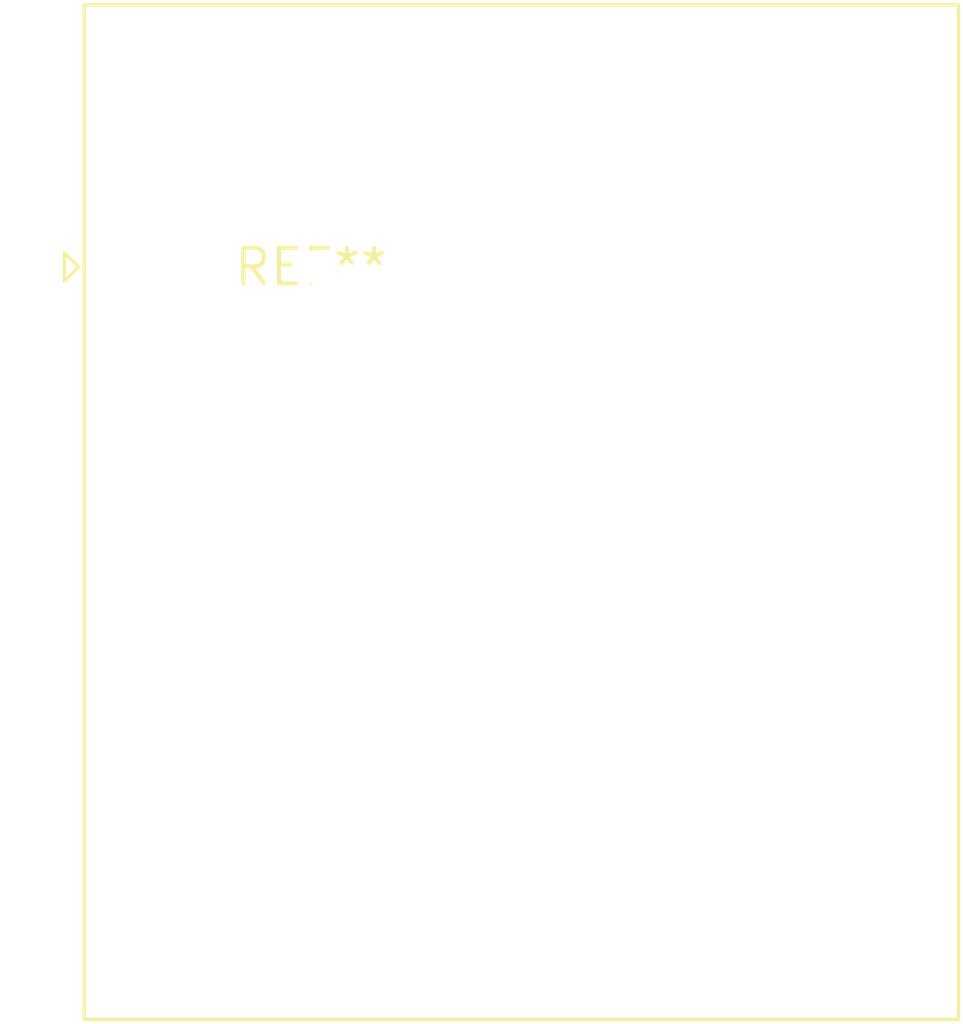
<source format=kicad_pcb>
(kicad_pcb (version 20240108) (generator pcbnew)
  (layers (0 "F.Cu" signal) (31 "B.Cu" signal) (34 "B.Paste" user) (35 "F.Paste" user) (36 "B.SilkS" user "B.Silkscreen") (37 "F.SilkS" user "F.Silkscreen") (38 "B.Mask" user) (39 "F.Mask" user) (44 "Edge.Cuts" user))
  (net 0 "")
  (footprint "Filter_Schaffner_FN405" (layer "F.Cu") (at 0 0)
    (property "Reference" "REF**")
    (property "Value" "Filter_Schaffner_FN405")
    (fp_line (start -8.8 -0.5) (end -8.3 0) (layer "F.SilkS") (stroke (width 0.12)))
    (fp_line (start -8.8 0.5) (end -8.8 -0.5) (layer "F.SilkS") (stroke (width 0.12)))
    (fp_line (start -8.3 0) (end -8.8 0.5) (layer "F.SilkS") (stroke (width 0.12)))
    (fp_line (start -8.1 -9.35) (end 23.1 -9.35) (layer "F.SilkS") (stroke (width 0.12)))
    (fp_line (start -8.1 26.85) (end -8.1 -9.35) (layer "F.SilkS") (stroke (width 0.12)))
    (fp_line (start 23.1 -9.35) (end 23.1 26.85) (layer "F.SilkS") (stroke (width 0.12)))
    (fp_line (start 23.1 26.85) (end -8.1 26.85) (layer "F.SilkS") (stroke (width 0.12)))
    (pad "1" thru_hole roundrect (at 0 0) (size 2 2) (drill 1.2) (layers *.Cu *.Mask) (remove_unused_layers))
    (pad "2" thru_hole circle (at 0 17.5) (size 2 2) (drill 1.2) (layers *.Cu *.Mask) (remove_unused_layers))
    (pad "3" thru_hole circle (at 7.5 17.5) (size 2 2) (drill 1.2) (layers *.Cu *.Mask) (remove_unused_layers))
    (pad "4" thru_hole circle (at 15 17.5) (size 2 2) (drill 1.2) (layers *.Cu *.Mask) (remove_unused_layers))
    (pad "5" thru_hole circle (at 15 0) (size 2 2) (drill 1.2) (layers *.Cu *.Mask) (remove_unused_layers))
  )
)
</source>
